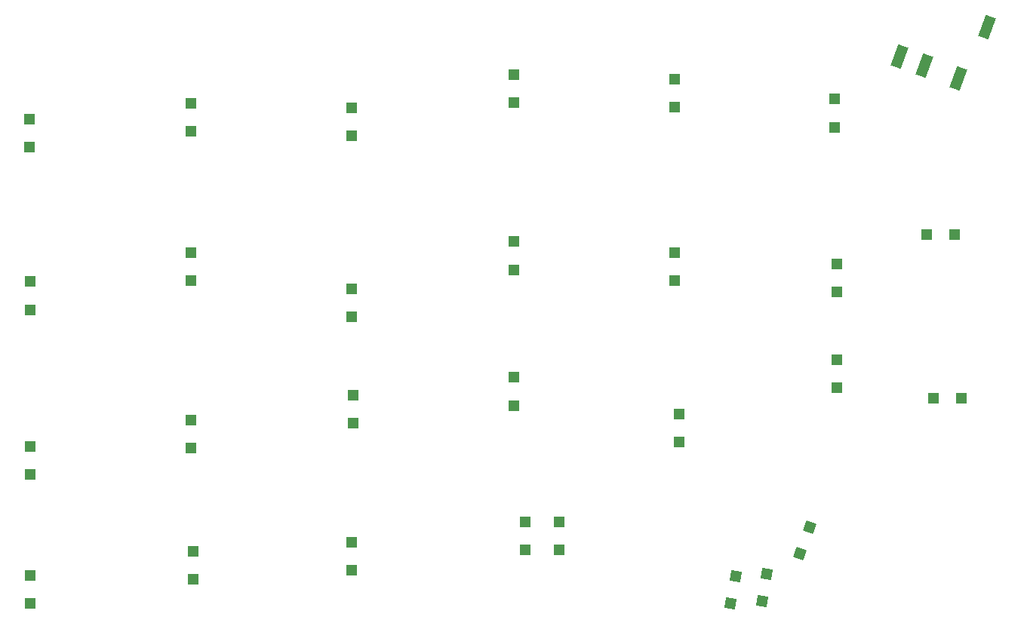
<source format=gbr>
%TF.GenerationSoftware,KiCad,Pcbnew,(6.0.4)*%
%TF.CreationDate,2022-04-18T00:49:10+02:00*%
%TF.ProjectId,ErgoTravel,4572676f-5472-4617-9665-6c2e6b696361,rev?*%
%TF.SameCoordinates,Original*%
%TF.FileFunction,Paste,Bot*%
%TF.FilePolarity,Positive*%
%FSLAX46Y46*%
G04 Gerber Fmt 4.6, Leading zero omitted, Abs format (unit mm)*
G04 Created by KiCad (PCBNEW (6.0.4)) date 2022-04-18 00:49:10*
%MOMM*%
%LPD*%
G01*
G04 APERTURE LIST*
G04 Aperture macros list*
%AMRotRect*
0 Rectangle, with rotation*
0 The origin of the aperture is its center*
0 $1 length*
0 $2 width*
0 $3 Rotation angle, in degrees counterclockwise*
0 Add horizontal line*
21,1,$1,$2,0,0,$3*%
G04 Aperture macros list end*
%ADD10R,1.200000X1.200000*%
%ADD11RotRect,1.200000X1.200000X80.000000*%
%ADD12RotRect,1.200000X1.200000X70.000000*%
%ADD13RotRect,1.200000X2.500000X340.000000*%
G04 APERTURE END LIST*
D10*
X97345000Y-66345000D03*
X97345000Y-63195000D03*
X97424884Y-84630510D03*
X97424884Y-81480510D03*
X97424884Y-103130510D03*
X97424884Y-99980510D03*
X97424884Y-117630510D03*
X97424884Y-114480510D03*
X115424884Y-64630510D03*
X115424884Y-61480510D03*
X115424884Y-81380510D03*
X115424884Y-78230510D03*
X115424884Y-100130510D03*
X115424884Y-96980510D03*
X115674884Y-114880510D03*
X115674884Y-111730510D03*
X133424884Y-65130510D03*
X133424884Y-61980510D03*
X133445000Y-85395000D03*
X133445000Y-82245000D03*
X133674884Y-97380510D03*
X133674884Y-94230510D03*
X133424884Y-113880510D03*
X133424884Y-110730510D03*
X151674884Y-61382198D03*
X151674884Y-58232198D03*
X151674884Y-80130510D03*
X151674884Y-76980510D03*
X151674884Y-95380510D03*
X151674884Y-92230510D03*
X152967978Y-111557199D03*
X152967978Y-108407199D03*
X169674884Y-61880510D03*
X169674884Y-58730510D03*
X169674884Y-81380510D03*
X169674884Y-78230510D03*
X170180000Y-99455000D03*
X170180000Y-96305000D03*
D11*
X176004482Y-117608270D03*
X176551474Y-114506126D03*
D10*
X187674884Y-64130510D03*
X187674884Y-60980510D03*
X187924884Y-82630510D03*
X187924884Y-79480510D03*
X187924884Y-93382198D03*
X187924884Y-90232198D03*
D11*
X179504482Y-117358270D03*
X180051474Y-114256126D03*
D10*
X197975000Y-76200000D03*
X201125000Y-76200000D03*
X198702978Y-94557198D03*
X201852978Y-94557198D03*
D12*
X183739296Y-112037214D03*
X184816660Y-109077182D03*
D10*
X156777978Y-111582198D03*
X156777978Y-108432198D03*
D13*
X201510530Y-58624311D03*
X197751759Y-57256230D03*
X194932681Y-56230170D03*
X204767323Y-52892531D03*
M02*

</source>
